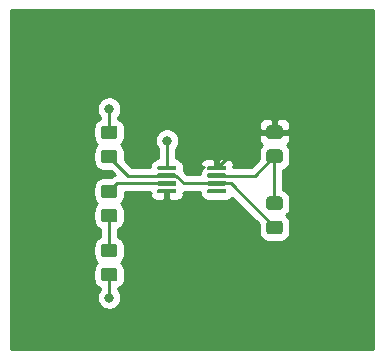
<source format=gbr>
%TF.GenerationSoftware,KiCad,Pcbnew,(5.1.6)-1*%
%TF.CreationDate,2020-09-22T06:28:04-04:00*%
%TF.ProjectId,Tutorial,5475746f-7269-4616-9c2e-6b696361645f,rev?*%
%TF.SameCoordinates,Original*%
%TF.FileFunction,Copper,L1,Top*%
%TF.FilePolarity,Positive*%
%FSLAX46Y46*%
G04 Gerber Fmt 4.6, Leading zero omitted, Abs format (unit mm)*
G04 Created by KiCad (PCBNEW (5.1.6)-1) date 2020-09-22 06:28:04*
%MOMM*%
%LPD*%
G01*
G04 APERTURE LIST*
%TA.AperFunction,ViaPad*%
%ADD10C,0.800000*%
%TD*%
%TA.AperFunction,Conductor*%
%ADD11C,0.250000*%
%TD*%
%TA.AperFunction,Conductor*%
%ADD12C,0.254000*%
%TD*%
G04 APERTURE END LIST*
%TO.P,U1,8*%
%TO.N,/VDD*%
%TA.AperFunction,SMDPad,CuDef*%
G36*
G01*
X162300000Y-86125000D02*
X162300000Y-85925000D01*
G75*
G02*
X162400000Y-85825000I100000J0D01*
G01*
X163825000Y-85825000D01*
G75*
G02*
X163925000Y-85925000I0J-100000D01*
G01*
X163925000Y-86125000D01*
G75*
G02*
X163825000Y-86225000I-100000J0D01*
G01*
X162400000Y-86225000D01*
G75*
G02*
X162300000Y-86125000I0J100000D01*
G01*
G37*
%TD.AperFunction*%
%TO.P,U1,7*%
%TO.N,Net-(R1-Pad2)*%
%TA.AperFunction,SMDPad,CuDef*%
G36*
G01*
X162300000Y-86775000D02*
X162300000Y-86575000D01*
G75*
G02*
X162400000Y-86475000I100000J0D01*
G01*
X163825000Y-86475000D01*
G75*
G02*
X163925000Y-86575000I0J-100000D01*
G01*
X163925000Y-86775000D01*
G75*
G02*
X163825000Y-86875000I-100000J0D01*
G01*
X162400000Y-86875000D01*
G75*
G02*
X162300000Y-86775000I0J100000D01*
G01*
G37*
%TD.AperFunction*%
%TO.P,U1,6*%
%TO.N,Net-(C1-Pad1)*%
%TA.AperFunction,SMDPad,CuDef*%
G36*
G01*
X162300000Y-87425000D02*
X162300000Y-87225000D01*
G75*
G02*
X162400000Y-87125000I100000J0D01*
G01*
X163825000Y-87125000D01*
G75*
G02*
X163925000Y-87225000I0J-100000D01*
G01*
X163925000Y-87425000D01*
G75*
G02*
X163825000Y-87525000I-100000J0D01*
G01*
X162400000Y-87525000D01*
G75*
G02*
X162300000Y-87425000I0J100000D01*
G01*
G37*
%TD.AperFunction*%
%TO.P,U1,5*%
%TO.N,N/C*%
%TA.AperFunction,SMDPad,CuDef*%
G36*
G01*
X162300000Y-88075000D02*
X162300000Y-87875000D01*
G75*
G02*
X162400000Y-87775000I100000J0D01*
G01*
X163825000Y-87775000D01*
G75*
G02*
X163925000Y-87875000I0J-100000D01*
G01*
X163925000Y-88075000D01*
G75*
G02*
X163825000Y-88175000I-100000J0D01*
G01*
X162400000Y-88175000D01*
G75*
G02*
X162300000Y-88075000I0J100000D01*
G01*
G37*
%TD.AperFunction*%
%TO.P,U1,4*%
%TO.N,/VDD*%
%TA.AperFunction,SMDPad,CuDef*%
G36*
G01*
X158075000Y-88075000D02*
X158075000Y-87875000D01*
G75*
G02*
X158175000Y-87775000I100000J0D01*
G01*
X159600000Y-87775000D01*
G75*
G02*
X159700000Y-87875000I0J-100000D01*
G01*
X159700000Y-88075000D01*
G75*
G02*
X159600000Y-88175000I-100000J0D01*
G01*
X158175000Y-88175000D01*
G75*
G02*
X158075000Y-88075000I0J100000D01*
G01*
G37*
%TD.AperFunction*%
%TO.P,U1,3*%
%TO.N,Net-(R3-Pad1)*%
%TA.AperFunction,SMDPad,CuDef*%
G36*
G01*
X158075000Y-87425000D02*
X158075000Y-87225000D01*
G75*
G02*
X158175000Y-87125000I100000J0D01*
G01*
X159600000Y-87125000D01*
G75*
G02*
X159700000Y-87225000I0J-100000D01*
G01*
X159700000Y-87425000D01*
G75*
G02*
X159600000Y-87525000I-100000J0D01*
G01*
X158175000Y-87525000D01*
G75*
G02*
X158075000Y-87425000I0J100000D01*
G01*
G37*
%TD.AperFunction*%
%TO.P,U1,2*%
%TO.N,Net-(C1-Pad1)*%
%TA.AperFunction,SMDPad,CuDef*%
G36*
G01*
X158075000Y-86775000D02*
X158075000Y-86575000D01*
G75*
G02*
X158175000Y-86475000I100000J0D01*
G01*
X159600000Y-86475000D01*
G75*
G02*
X159700000Y-86575000I0J-100000D01*
G01*
X159700000Y-86775000D01*
G75*
G02*
X159600000Y-86875000I-100000J0D01*
G01*
X158175000Y-86875000D01*
G75*
G02*
X158075000Y-86775000I0J100000D01*
G01*
G37*
%TD.AperFunction*%
%TO.P,U1,1*%
%TO.N,GND*%
%TA.AperFunction,SMDPad,CuDef*%
G36*
G01*
X158075000Y-86125000D02*
X158075000Y-85925000D01*
G75*
G02*
X158175000Y-85825000I100000J0D01*
G01*
X159600000Y-85825000D01*
G75*
G02*
X159700000Y-85925000I0J-100000D01*
G01*
X159700000Y-86125000D01*
G75*
G02*
X159600000Y-86225000I-100000J0D01*
G01*
X158175000Y-86225000D01*
G75*
G02*
X158075000Y-86125000I0J100000D01*
G01*
G37*
%TD.AperFunction*%
%TD*%
%TO.P,R3,2*%
%TO.N,Net-(D1-Pad2)*%
%TA.AperFunction,SMDPad,CuDef*%
G36*
G01*
X153549999Y-89475000D02*
X154450001Y-89475000D01*
G75*
G02*
X154700000Y-89724999I0J-249999D01*
G01*
X154700000Y-90375001D01*
G75*
G02*
X154450001Y-90625000I-249999J0D01*
G01*
X153549999Y-90625000D01*
G75*
G02*
X153300000Y-90375001I0J249999D01*
G01*
X153300000Y-89724999D01*
G75*
G02*
X153549999Y-89475000I249999J0D01*
G01*
G37*
%TD.AperFunction*%
%TO.P,R3,1*%
%TO.N,Net-(R3-Pad1)*%
%TA.AperFunction,SMDPad,CuDef*%
G36*
G01*
X153549999Y-87425000D02*
X154450001Y-87425000D01*
G75*
G02*
X154700000Y-87674999I0J-249999D01*
G01*
X154700000Y-88325001D01*
G75*
G02*
X154450001Y-88575000I-249999J0D01*
G01*
X153549999Y-88575000D01*
G75*
G02*
X153300000Y-88325001I0J249999D01*
G01*
X153300000Y-87674999D01*
G75*
G02*
X153549999Y-87425000I249999J0D01*
G01*
G37*
%TD.AperFunction*%
%TD*%
%TO.P,R2,2*%
%TO.N,Net-(C1-Pad1)*%
%TA.AperFunction,SMDPad,CuDef*%
G36*
G01*
X167549999Y-90475000D02*
X168450001Y-90475000D01*
G75*
G02*
X168700000Y-90724999I0J-249999D01*
G01*
X168700000Y-91375001D01*
G75*
G02*
X168450001Y-91625000I-249999J0D01*
G01*
X167549999Y-91625000D01*
G75*
G02*
X167300000Y-91375001I0J249999D01*
G01*
X167300000Y-90724999D01*
G75*
G02*
X167549999Y-90475000I249999J0D01*
G01*
G37*
%TD.AperFunction*%
%TO.P,R2,1*%
%TO.N,Net-(R1-Pad2)*%
%TA.AperFunction,SMDPad,CuDef*%
G36*
G01*
X167549999Y-88425000D02*
X168450001Y-88425000D01*
G75*
G02*
X168700000Y-88674999I0J-249999D01*
G01*
X168700000Y-89325001D01*
G75*
G02*
X168450001Y-89575000I-249999J0D01*
G01*
X167549999Y-89575000D01*
G75*
G02*
X167300000Y-89325001I0J249999D01*
G01*
X167300000Y-88674999D01*
G75*
G02*
X167549999Y-88425000I249999J0D01*
G01*
G37*
%TD.AperFunction*%
%TD*%
%TO.P,R1,2*%
%TO.N,Net-(R1-Pad2)*%
%TA.AperFunction,SMDPad,CuDef*%
G36*
G01*
X167549999Y-84450000D02*
X168450001Y-84450000D01*
G75*
G02*
X168700000Y-84699999I0J-249999D01*
G01*
X168700000Y-85350001D01*
G75*
G02*
X168450001Y-85600000I-249999J0D01*
G01*
X167549999Y-85600000D01*
G75*
G02*
X167300000Y-85350001I0J249999D01*
G01*
X167300000Y-84699999D01*
G75*
G02*
X167549999Y-84450000I249999J0D01*
G01*
G37*
%TD.AperFunction*%
%TO.P,R1,1*%
%TO.N,/VDD*%
%TA.AperFunction,SMDPad,CuDef*%
G36*
G01*
X167549999Y-82400000D02*
X168450001Y-82400000D01*
G75*
G02*
X168700000Y-82649999I0J-249999D01*
G01*
X168700000Y-83300001D01*
G75*
G02*
X168450001Y-83550000I-249999J0D01*
G01*
X167549999Y-83550000D01*
G75*
G02*
X167300000Y-83300001I0J249999D01*
G01*
X167300000Y-82649999D01*
G75*
G02*
X167549999Y-82400000I249999J0D01*
G01*
G37*
%TD.AperFunction*%
%TD*%
%TO.P,D1,2*%
%TO.N,Net-(D1-Pad2)*%
%TA.AperFunction,SMDPad,CuDef*%
G36*
G01*
X154450001Y-93575000D02*
X153549999Y-93575000D01*
G75*
G02*
X153300000Y-93325001I0J249999D01*
G01*
X153300000Y-92674999D01*
G75*
G02*
X153549999Y-92425000I249999J0D01*
G01*
X154450001Y-92425000D01*
G75*
G02*
X154700000Y-92674999I0J-249999D01*
G01*
X154700000Y-93325001D01*
G75*
G02*
X154450001Y-93575000I-249999J0D01*
G01*
G37*
%TD.AperFunction*%
%TO.P,D1,1*%
%TO.N,GND*%
%TA.AperFunction,SMDPad,CuDef*%
G36*
G01*
X154450001Y-95625000D02*
X153549999Y-95625000D01*
G75*
G02*
X153300000Y-95375001I0J249999D01*
G01*
X153300000Y-94724999D01*
G75*
G02*
X153549999Y-94475000I249999J0D01*
G01*
X154450001Y-94475000D01*
G75*
G02*
X154700000Y-94724999I0J-249999D01*
G01*
X154700000Y-95375001D01*
G75*
G02*
X154450001Y-95625000I-249999J0D01*
G01*
G37*
%TD.AperFunction*%
%TD*%
%TO.P,C1,2*%
%TO.N,GND*%
%TA.AperFunction,SMDPad,CuDef*%
G36*
G01*
X154450001Y-83575000D02*
X153549999Y-83575000D01*
G75*
G02*
X153300000Y-83325001I0J249999D01*
G01*
X153300000Y-82674999D01*
G75*
G02*
X153549999Y-82425000I249999J0D01*
G01*
X154450001Y-82425000D01*
G75*
G02*
X154700000Y-82674999I0J-249999D01*
G01*
X154700000Y-83325001D01*
G75*
G02*
X154450001Y-83575000I-249999J0D01*
G01*
G37*
%TD.AperFunction*%
%TO.P,C1,1*%
%TO.N,Net-(C1-Pad1)*%
%TA.AperFunction,SMDPad,CuDef*%
G36*
G01*
X154450001Y-85625000D02*
X153549999Y-85625000D01*
G75*
G02*
X153300000Y-85375001I0J249999D01*
G01*
X153300000Y-84724999D01*
G75*
G02*
X153549999Y-84475000I249999J0D01*
G01*
X154450001Y-84475000D01*
G75*
G02*
X154700000Y-84724999I0J-249999D01*
G01*
X154700000Y-85375001D01*
G75*
G02*
X154450001Y-85625000I-249999J0D01*
G01*
G37*
%TD.AperFunction*%
%TD*%
D10*
%TO.N,GND*%
X154000000Y-97000000D03*
X154000000Y-81000000D03*
X158900000Y-83700000D03*
%TO.N,/VDD*%
X148300000Y-81300000D03*
X173900000Y-81800000D03*
%TD*%
D11*
%TO.N,GND*%
X154000000Y-95050000D02*
X154000000Y-97000000D01*
X154000000Y-83000000D02*
X154000000Y-81000000D01*
X158887500Y-86025000D02*
X158887500Y-83712500D01*
X158887500Y-83712500D02*
X158900000Y-83700000D01*
%TO.N,Net-(C1-Pad1)*%
X155625000Y-86675000D02*
X158887500Y-86675000D01*
X154000000Y-85050000D02*
X155625000Y-86675000D01*
X164275000Y-87325000D02*
X163112500Y-87325000D01*
X168000000Y-91050000D02*
X164275000Y-87325000D01*
X159651058Y-86675000D02*
X158887500Y-86675000D01*
X160301058Y-87325000D02*
X159651058Y-86675000D01*
X163112500Y-87325000D02*
X160301058Y-87325000D01*
%TO.N,Net-(D1-Pad2)*%
X154000000Y-93000000D02*
X154000000Y-90050000D01*
%TO.N,Net-(R1-Pad2)*%
X168000000Y-85025000D02*
X168000000Y-89000000D01*
X166350000Y-86675000D02*
X163112500Y-86675000D01*
X168000000Y-85025000D02*
X166350000Y-86675000D01*
%TO.N,Net-(R3-Pad1)*%
X154675000Y-87325000D02*
X158887500Y-87325000D01*
X154000000Y-88000000D02*
X154675000Y-87325000D01*
%TO.N,/VDD*%
X166162500Y-82975000D02*
X163112500Y-86025000D01*
X168000000Y-82975000D02*
X166162500Y-82975000D01*
%TD*%
D12*
%TO.N,/VDD*%
G36*
X176340000Y-101340000D02*
G01*
X145660000Y-101340000D01*
X145660000Y-82674999D01*
X152661928Y-82674999D01*
X152661928Y-83325001D01*
X152678992Y-83498255D01*
X152729528Y-83664851D01*
X152811595Y-83818387D01*
X152922038Y-83952962D01*
X153009816Y-84025000D01*
X152922038Y-84097038D01*
X152811595Y-84231613D01*
X152729528Y-84385149D01*
X152678992Y-84551745D01*
X152661928Y-84724999D01*
X152661928Y-85375001D01*
X152678992Y-85548255D01*
X152729528Y-85714851D01*
X152811595Y-85868387D01*
X152922038Y-86002962D01*
X153056613Y-86113405D01*
X153210149Y-86195472D01*
X153376745Y-86246008D01*
X153549999Y-86263072D01*
X154138271Y-86263072D01*
X154468609Y-86593410D01*
X154409581Y-86611316D01*
X154382753Y-86619454D01*
X154250723Y-86690026D01*
X154234788Y-86703104D01*
X154134999Y-86784999D01*
X154133416Y-86786928D01*
X153549999Y-86786928D01*
X153376745Y-86803992D01*
X153210149Y-86854528D01*
X153056613Y-86936595D01*
X152922038Y-87047038D01*
X152811595Y-87181613D01*
X152729528Y-87335149D01*
X152678992Y-87501745D01*
X152661928Y-87674999D01*
X152661928Y-88325001D01*
X152678992Y-88498255D01*
X152729528Y-88664851D01*
X152811595Y-88818387D01*
X152922038Y-88952962D01*
X153009816Y-89025000D01*
X152922038Y-89097038D01*
X152811595Y-89231613D01*
X152729528Y-89385149D01*
X152678992Y-89551745D01*
X152661928Y-89724999D01*
X152661928Y-90375001D01*
X152678992Y-90548255D01*
X152729528Y-90714851D01*
X152811595Y-90868387D01*
X152922038Y-91002962D01*
X153056613Y-91113405D01*
X153210149Y-91195472D01*
X153240001Y-91204527D01*
X153240000Y-91845473D01*
X153210149Y-91854528D01*
X153056613Y-91936595D01*
X152922038Y-92047038D01*
X152811595Y-92181613D01*
X152729528Y-92335149D01*
X152678992Y-92501745D01*
X152661928Y-92674999D01*
X152661928Y-93325001D01*
X152678992Y-93498255D01*
X152729528Y-93664851D01*
X152811595Y-93818387D01*
X152922038Y-93952962D01*
X153009816Y-94025000D01*
X152922038Y-94097038D01*
X152811595Y-94231613D01*
X152729528Y-94385149D01*
X152678992Y-94551745D01*
X152661928Y-94724999D01*
X152661928Y-95375001D01*
X152678992Y-95548255D01*
X152729528Y-95714851D01*
X152811595Y-95868387D01*
X152922038Y-96002962D01*
X153056613Y-96113405D01*
X153210149Y-96195472D01*
X153240001Y-96204527D01*
X153240001Y-96296288D01*
X153196063Y-96340226D01*
X153082795Y-96509744D01*
X153004774Y-96698102D01*
X152965000Y-96898061D01*
X152965000Y-97101939D01*
X153004774Y-97301898D01*
X153082795Y-97490256D01*
X153196063Y-97659774D01*
X153340226Y-97803937D01*
X153509744Y-97917205D01*
X153698102Y-97995226D01*
X153898061Y-98035000D01*
X154101939Y-98035000D01*
X154301898Y-97995226D01*
X154490256Y-97917205D01*
X154659774Y-97803937D01*
X154803937Y-97659774D01*
X154917205Y-97490256D01*
X154995226Y-97301898D01*
X155035000Y-97101939D01*
X155035000Y-96898061D01*
X154995226Y-96698102D01*
X154917205Y-96509744D01*
X154803937Y-96340226D01*
X154760000Y-96296289D01*
X154760000Y-96204527D01*
X154789851Y-96195472D01*
X154943387Y-96113405D01*
X155077962Y-96002962D01*
X155188405Y-95868387D01*
X155270472Y-95714851D01*
X155321008Y-95548255D01*
X155338072Y-95375001D01*
X155338072Y-94724999D01*
X155321008Y-94551745D01*
X155270472Y-94385149D01*
X155188405Y-94231613D01*
X155077962Y-94097038D01*
X154990184Y-94025000D01*
X155077962Y-93952962D01*
X155188405Y-93818387D01*
X155270472Y-93664851D01*
X155321008Y-93498255D01*
X155338072Y-93325001D01*
X155338072Y-92674999D01*
X155321008Y-92501745D01*
X155270472Y-92335149D01*
X155188405Y-92181613D01*
X155077962Y-92047038D01*
X154943387Y-91936595D01*
X154789851Y-91854528D01*
X154760000Y-91845473D01*
X154760000Y-91204527D01*
X154789851Y-91195472D01*
X154943387Y-91113405D01*
X155077962Y-91002962D01*
X155188405Y-90868387D01*
X155270472Y-90714851D01*
X155321008Y-90548255D01*
X155338072Y-90375001D01*
X155338072Y-89724999D01*
X155321008Y-89551745D01*
X155270472Y-89385149D01*
X155188405Y-89231613D01*
X155077962Y-89097038D01*
X154990184Y-89025000D01*
X155077962Y-88952962D01*
X155188405Y-88818387D01*
X155270472Y-88664851D01*
X155321008Y-88498255D01*
X155338072Y-88325001D01*
X155338072Y-88085000D01*
X157440000Y-88085000D01*
X157440000Y-88102002D01*
X157544748Y-88102002D01*
X157440000Y-88206750D01*
X157450999Y-88308260D01*
X157488987Y-88427436D01*
X157549495Y-88536911D01*
X157630197Y-88632478D01*
X157727994Y-88710465D01*
X157839125Y-88767874D01*
X157959322Y-88802499D01*
X158083963Y-88813009D01*
X158601750Y-88810000D01*
X158760500Y-88651250D01*
X158760500Y-88163072D01*
X159014500Y-88163072D01*
X159014500Y-88651250D01*
X159173250Y-88810000D01*
X159691037Y-88813009D01*
X159815678Y-88802499D01*
X159935875Y-88767874D01*
X160047006Y-88710465D01*
X160144803Y-88632478D01*
X160225505Y-88536911D01*
X160286013Y-88427436D01*
X160324001Y-88308260D01*
X160335000Y-88206750D01*
X160230252Y-88102002D01*
X160335000Y-88102002D01*
X160335000Y-88085333D01*
X160338381Y-88085000D01*
X161662913Y-88085000D01*
X161676110Y-88218991D01*
X161718110Y-88357448D01*
X161786316Y-88485051D01*
X161878104Y-88596896D01*
X161989949Y-88688684D01*
X162117552Y-88756890D01*
X162256009Y-88798890D01*
X162400000Y-88813072D01*
X163825000Y-88813072D01*
X163968991Y-88798890D01*
X164107448Y-88756890D01*
X164235051Y-88688684D01*
X164346896Y-88596896D01*
X164403330Y-88528131D01*
X166661928Y-90786730D01*
X166661928Y-91375001D01*
X166678992Y-91548255D01*
X166729528Y-91714851D01*
X166811595Y-91868387D01*
X166922038Y-92002962D01*
X167056613Y-92113405D01*
X167210149Y-92195472D01*
X167376745Y-92246008D01*
X167549999Y-92263072D01*
X168450001Y-92263072D01*
X168623255Y-92246008D01*
X168789851Y-92195472D01*
X168943387Y-92113405D01*
X169077962Y-92002962D01*
X169188405Y-91868387D01*
X169270472Y-91714851D01*
X169321008Y-91548255D01*
X169338072Y-91375001D01*
X169338072Y-90724999D01*
X169321008Y-90551745D01*
X169270472Y-90385149D01*
X169188405Y-90231613D01*
X169077962Y-90097038D01*
X168990184Y-90025000D01*
X169077962Y-89952962D01*
X169188405Y-89818387D01*
X169270472Y-89664851D01*
X169321008Y-89498255D01*
X169338072Y-89325001D01*
X169338072Y-88674999D01*
X169321008Y-88501745D01*
X169270472Y-88335149D01*
X169188405Y-88181613D01*
X169077962Y-88047038D01*
X168943387Y-87936595D01*
X168789851Y-87854528D01*
X168760000Y-87845473D01*
X168760000Y-86179527D01*
X168789851Y-86170472D01*
X168943387Y-86088405D01*
X169077962Y-85977962D01*
X169188405Y-85843387D01*
X169270472Y-85689851D01*
X169321008Y-85523255D01*
X169338072Y-85350001D01*
X169338072Y-84699999D01*
X169321008Y-84526745D01*
X169270472Y-84360149D01*
X169188405Y-84206613D01*
X169077962Y-84072038D01*
X169071406Y-84066658D01*
X169151185Y-84001185D01*
X169230537Y-83904494D01*
X169289502Y-83794180D01*
X169325812Y-83674482D01*
X169338072Y-83550000D01*
X169335000Y-83260750D01*
X169176250Y-83102000D01*
X168127000Y-83102000D01*
X168127000Y-83122000D01*
X167873000Y-83122000D01*
X167873000Y-83102000D01*
X166823750Y-83102000D01*
X166665000Y-83260750D01*
X166661928Y-83550000D01*
X166674188Y-83674482D01*
X166710498Y-83794180D01*
X166769463Y-83904494D01*
X166848815Y-84001185D01*
X166928594Y-84066658D01*
X166922038Y-84072038D01*
X166811595Y-84206613D01*
X166729528Y-84360149D01*
X166678992Y-84526745D01*
X166661928Y-84699999D01*
X166661928Y-85288270D01*
X166035199Y-85915000D01*
X164560000Y-85915000D01*
X164560000Y-85897998D01*
X164455252Y-85897998D01*
X164560000Y-85793250D01*
X164549001Y-85691740D01*
X164511013Y-85572564D01*
X164450505Y-85463089D01*
X164369803Y-85367522D01*
X164272006Y-85289535D01*
X164160875Y-85232126D01*
X164040678Y-85197501D01*
X163916037Y-85186991D01*
X163398250Y-85190000D01*
X163239500Y-85348750D01*
X163239500Y-85836928D01*
X162985500Y-85836928D01*
X162985500Y-85348750D01*
X162826750Y-85190000D01*
X162308963Y-85186991D01*
X162184322Y-85197501D01*
X162064125Y-85232126D01*
X161952994Y-85289535D01*
X161855197Y-85367522D01*
X161774495Y-85463089D01*
X161713987Y-85572564D01*
X161675999Y-85691740D01*
X161665000Y-85793250D01*
X161823750Y-85952000D01*
X162007378Y-85952000D01*
X161989949Y-85961316D01*
X161878104Y-86053104D01*
X161841259Y-86098000D01*
X161823750Y-86098000D01*
X161665000Y-86256750D01*
X161675999Y-86358260D01*
X161687363Y-86393912D01*
X161676110Y-86431009D01*
X161662913Y-86565000D01*
X160615860Y-86565000D01*
X160322950Y-86272091D01*
X160323890Y-86268991D01*
X160338072Y-86125000D01*
X160338072Y-85925000D01*
X160323890Y-85781009D01*
X160281890Y-85642552D01*
X160213684Y-85514949D01*
X160121896Y-85403104D01*
X160010051Y-85311316D01*
X159882448Y-85243110D01*
X159743991Y-85201110D01*
X159647500Y-85191606D01*
X159647500Y-84416211D01*
X159703937Y-84359774D01*
X159817205Y-84190256D01*
X159895226Y-84001898D01*
X159935000Y-83801939D01*
X159935000Y-83598061D01*
X159895226Y-83398102D01*
X159817205Y-83209744D01*
X159703937Y-83040226D01*
X159559774Y-82896063D01*
X159390256Y-82782795D01*
X159201898Y-82704774D01*
X159001939Y-82665000D01*
X158798061Y-82665000D01*
X158598102Y-82704774D01*
X158409744Y-82782795D01*
X158240226Y-82896063D01*
X158096063Y-83040226D01*
X157982795Y-83209744D01*
X157904774Y-83398102D01*
X157865000Y-83598061D01*
X157865000Y-83801939D01*
X157904774Y-84001898D01*
X157982795Y-84190256D01*
X158096063Y-84359774D01*
X158127501Y-84391212D01*
X158127500Y-85191606D01*
X158031009Y-85201110D01*
X157892552Y-85243110D01*
X157764949Y-85311316D01*
X157653104Y-85403104D01*
X157561316Y-85514949D01*
X157493110Y-85642552D01*
X157451110Y-85781009D01*
X157437913Y-85915000D01*
X155939802Y-85915000D01*
X155338072Y-85313271D01*
X155338072Y-84724999D01*
X155321008Y-84551745D01*
X155270472Y-84385149D01*
X155188405Y-84231613D01*
X155077962Y-84097038D01*
X154990184Y-84025000D01*
X155077962Y-83952962D01*
X155188405Y-83818387D01*
X155270472Y-83664851D01*
X155321008Y-83498255D01*
X155338072Y-83325001D01*
X155338072Y-82674999D01*
X155321008Y-82501745D01*
X155290145Y-82400000D01*
X166661928Y-82400000D01*
X166665000Y-82689250D01*
X166823750Y-82848000D01*
X167873000Y-82848000D01*
X167873000Y-81923750D01*
X168127000Y-81923750D01*
X168127000Y-82848000D01*
X169176250Y-82848000D01*
X169335000Y-82689250D01*
X169338072Y-82400000D01*
X169325812Y-82275518D01*
X169289502Y-82155820D01*
X169230537Y-82045506D01*
X169151185Y-81948815D01*
X169054494Y-81869463D01*
X168944180Y-81810498D01*
X168824482Y-81774188D01*
X168700000Y-81761928D01*
X168285750Y-81765000D01*
X168127000Y-81923750D01*
X167873000Y-81923750D01*
X167714250Y-81765000D01*
X167300000Y-81761928D01*
X167175518Y-81774188D01*
X167055820Y-81810498D01*
X166945506Y-81869463D01*
X166848815Y-81948815D01*
X166769463Y-82045506D01*
X166710498Y-82155820D01*
X166674188Y-82275518D01*
X166661928Y-82400000D01*
X155290145Y-82400000D01*
X155270472Y-82335149D01*
X155188405Y-82181613D01*
X155077962Y-82047038D01*
X154943387Y-81936595D01*
X154789851Y-81854528D01*
X154760000Y-81845473D01*
X154760000Y-81703711D01*
X154803937Y-81659774D01*
X154917205Y-81490256D01*
X154995226Y-81301898D01*
X155035000Y-81101939D01*
X155035000Y-80898061D01*
X154995226Y-80698102D01*
X154917205Y-80509744D01*
X154803937Y-80340226D01*
X154659774Y-80196063D01*
X154490256Y-80082795D01*
X154301898Y-80004774D01*
X154101939Y-79965000D01*
X153898061Y-79965000D01*
X153698102Y-80004774D01*
X153509744Y-80082795D01*
X153340226Y-80196063D01*
X153196063Y-80340226D01*
X153082795Y-80509744D01*
X153004774Y-80698102D01*
X152965000Y-80898061D01*
X152965000Y-81101939D01*
X153004774Y-81301898D01*
X153082795Y-81490256D01*
X153196063Y-81659774D01*
X153240001Y-81703712D01*
X153240001Y-81845473D01*
X153210149Y-81854528D01*
X153056613Y-81936595D01*
X152922038Y-82047038D01*
X152811595Y-82181613D01*
X152729528Y-82335149D01*
X152678992Y-82501745D01*
X152661928Y-82674999D01*
X145660000Y-82674999D01*
X145660000Y-72660000D01*
X176340001Y-72660000D01*
X176340000Y-101340000D01*
G37*
X176340000Y-101340000D02*
X145660000Y-101340000D01*
X145660000Y-82674999D01*
X152661928Y-82674999D01*
X152661928Y-83325001D01*
X152678992Y-83498255D01*
X152729528Y-83664851D01*
X152811595Y-83818387D01*
X152922038Y-83952962D01*
X153009816Y-84025000D01*
X152922038Y-84097038D01*
X152811595Y-84231613D01*
X152729528Y-84385149D01*
X152678992Y-84551745D01*
X152661928Y-84724999D01*
X152661928Y-85375001D01*
X152678992Y-85548255D01*
X152729528Y-85714851D01*
X152811595Y-85868387D01*
X152922038Y-86002962D01*
X153056613Y-86113405D01*
X153210149Y-86195472D01*
X153376745Y-86246008D01*
X153549999Y-86263072D01*
X154138271Y-86263072D01*
X154468609Y-86593410D01*
X154409581Y-86611316D01*
X154382753Y-86619454D01*
X154250723Y-86690026D01*
X154234788Y-86703104D01*
X154134999Y-86784999D01*
X154133416Y-86786928D01*
X153549999Y-86786928D01*
X153376745Y-86803992D01*
X153210149Y-86854528D01*
X153056613Y-86936595D01*
X152922038Y-87047038D01*
X152811595Y-87181613D01*
X152729528Y-87335149D01*
X152678992Y-87501745D01*
X152661928Y-87674999D01*
X152661928Y-88325001D01*
X152678992Y-88498255D01*
X152729528Y-88664851D01*
X152811595Y-88818387D01*
X152922038Y-88952962D01*
X153009816Y-89025000D01*
X152922038Y-89097038D01*
X152811595Y-89231613D01*
X152729528Y-89385149D01*
X152678992Y-89551745D01*
X152661928Y-89724999D01*
X152661928Y-90375001D01*
X152678992Y-90548255D01*
X152729528Y-90714851D01*
X152811595Y-90868387D01*
X152922038Y-91002962D01*
X153056613Y-91113405D01*
X153210149Y-91195472D01*
X153240001Y-91204527D01*
X153240000Y-91845473D01*
X153210149Y-91854528D01*
X153056613Y-91936595D01*
X152922038Y-92047038D01*
X152811595Y-92181613D01*
X152729528Y-92335149D01*
X152678992Y-92501745D01*
X152661928Y-92674999D01*
X152661928Y-93325001D01*
X152678992Y-93498255D01*
X152729528Y-93664851D01*
X152811595Y-93818387D01*
X152922038Y-93952962D01*
X153009816Y-94025000D01*
X152922038Y-94097038D01*
X152811595Y-94231613D01*
X152729528Y-94385149D01*
X152678992Y-94551745D01*
X152661928Y-94724999D01*
X152661928Y-95375001D01*
X152678992Y-95548255D01*
X152729528Y-95714851D01*
X152811595Y-95868387D01*
X152922038Y-96002962D01*
X153056613Y-96113405D01*
X153210149Y-96195472D01*
X153240001Y-96204527D01*
X153240001Y-96296288D01*
X153196063Y-96340226D01*
X153082795Y-96509744D01*
X153004774Y-96698102D01*
X152965000Y-96898061D01*
X152965000Y-97101939D01*
X153004774Y-97301898D01*
X153082795Y-97490256D01*
X153196063Y-97659774D01*
X153340226Y-97803937D01*
X153509744Y-97917205D01*
X153698102Y-97995226D01*
X153898061Y-98035000D01*
X154101939Y-98035000D01*
X154301898Y-97995226D01*
X154490256Y-97917205D01*
X154659774Y-97803937D01*
X154803937Y-97659774D01*
X154917205Y-97490256D01*
X154995226Y-97301898D01*
X155035000Y-97101939D01*
X155035000Y-96898061D01*
X154995226Y-96698102D01*
X154917205Y-96509744D01*
X154803937Y-96340226D01*
X154760000Y-96296289D01*
X154760000Y-96204527D01*
X154789851Y-96195472D01*
X154943387Y-96113405D01*
X155077962Y-96002962D01*
X155188405Y-95868387D01*
X155270472Y-95714851D01*
X155321008Y-95548255D01*
X155338072Y-95375001D01*
X155338072Y-94724999D01*
X155321008Y-94551745D01*
X155270472Y-94385149D01*
X155188405Y-94231613D01*
X155077962Y-94097038D01*
X154990184Y-94025000D01*
X155077962Y-93952962D01*
X155188405Y-93818387D01*
X155270472Y-93664851D01*
X155321008Y-93498255D01*
X155338072Y-93325001D01*
X155338072Y-92674999D01*
X155321008Y-92501745D01*
X155270472Y-92335149D01*
X155188405Y-92181613D01*
X155077962Y-92047038D01*
X154943387Y-91936595D01*
X154789851Y-91854528D01*
X154760000Y-91845473D01*
X154760000Y-91204527D01*
X154789851Y-91195472D01*
X154943387Y-91113405D01*
X155077962Y-91002962D01*
X155188405Y-90868387D01*
X155270472Y-90714851D01*
X155321008Y-90548255D01*
X155338072Y-90375001D01*
X155338072Y-89724999D01*
X155321008Y-89551745D01*
X155270472Y-89385149D01*
X155188405Y-89231613D01*
X155077962Y-89097038D01*
X154990184Y-89025000D01*
X155077962Y-88952962D01*
X155188405Y-88818387D01*
X155270472Y-88664851D01*
X155321008Y-88498255D01*
X155338072Y-88325001D01*
X155338072Y-88085000D01*
X157440000Y-88085000D01*
X157440000Y-88102002D01*
X157544748Y-88102002D01*
X157440000Y-88206750D01*
X157450999Y-88308260D01*
X157488987Y-88427436D01*
X157549495Y-88536911D01*
X157630197Y-88632478D01*
X157727994Y-88710465D01*
X157839125Y-88767874D01*
X157959322Y-88802499D01*
X158083963Y-88813009D01*
X158601750Y-88810000D01*
X158760500Y-88651250D01*
X158760500Y-88163072D01*
X159014500Y-88163072D01*
X159014500Y-88651250D01*
X159173250Y-88810000D01*
X159691037Y-88813009D01*
X159815678Y-88802499D01*
X159935875Y-88767874D01*
X160047006Y-88710465D01*
X160144803Y-88632478D01*
X160225505Y-88536911D01*
X160286013Y-88427436D01*
X160324001Y-88308260D01*
X160335000Y-88206750D01*
X160230252Y-88102002D01*
X160335000Y-88102002D01*
X160335000Y-88085333D01*
X160338381Y-88085000D01*
X161662913Y-88085000D01*
X161676110Y-88218991D01*
X161718110Y-88357448D01*
X161786316Y-88485051D01*
X161878104Y-88596896D01*
X161989949Y-88688684D01*
X162117552Y-88756890D01*
X162256009Y-88798890D01*
X162400000Y-88813072D01*
X163825000Y-88813072D01*
X163968991Y-88798890D01*
X164107448Y-88756890D01*
X164235051Y-88688684D01*
X164346896Y-88596896D01*
X164403330Y-88528131D01*
X166661928Y-90786730D01*
X166661928Y-91375001D01*
X166678992Y-91548255D01*
X166729528Y-91714851D01*
X166811595Y-91868387D01*
X166922038Y-92002962D01*
X167056613Y-92113405D01*
X167210149Y-92195472D01*
X167376745Y-92246008D01*
X167549999Y-92263072D01*
X168450001Y-92263072D01*
X168623255Y-92246008D01*
X168789851Y-92195472D01*
X168943387Y-92113405D01*
X169077962Y-92002962D01*
X169188405Y-91868387D01*
X169270472Y-91714851D01*
X169321008Y-91548255D01*
X169338072Y-91375001D01*
X169338072Y-90724999D01*
X169321008Y-90551745D01*
X169270472Y-90385149D01*
X169188405Y-90231613D01*
X169077962Y-90097038D01*
X168990184Y-90025000D01*
X169077962Y-89952962D01*
X169188405Y-89818387D01*
X169270472Y-89664851D01*
X169321008Y-89498255D01*
X169338072Y-89325001D01*
X169338072Y-88674999D01*
X169321008Y-88501745D01*
X169270472Y-88335149D01*
X169188405Y-88181613D01*
X169077962Y-88047038D01*
X168943387Y-87936595D01*
X168789851Y-87854528D01*
X168760000Y-87845473D01*
X168760000Y-86179527D01*
X168789851Y-86170472D01*
X168943387Y-86088405D01*
X169077962Y-85977962D01*
X169188405Y-85843387D01*
X169270472Y-85689851D01*
X169321008Y-85523255D01*
X169338072Y-85350001D01*
X169338072Y-84699999D01*
X169321008Y-84526745D01*
X169270472Y-84360149D01*
X169188405Y-84206613D01*
X169077962Y-84072038D01*
X169071406Y-84066658D01*
X169151185Y-84001185D01*
X169230537Y-83904494D01*
X169289502Y-83794180D01*
X169325812Y-83674482D01*
X169338072Y-83550000D01*
X169335000Y-83260750D01*
X169176250Y-83102000D01*
X168127000Y-83102000D01*
X168127000Y-83122000D01*
X167873000Y-83122000D01*
X167873000Y-83102000D01*
X166823750Y-83102000D01*
X166665000Y-83260750D01*
X166661928Y-83550000D01*
X166674188Y-83674482D01*
X166710498Y-83794180D01*
X166769463Y-83904494D01*
X166848815Y-84001185D01*
X166928594Y-84066658D01*
X166922038Y-84072038D01*
X166811595Y-84206613D01*
X166729528Y-84360149D01*
X166678992Y-84526745D01*
X166661928Y-84699999D01*
X166661928Y-85288270D01*
X166035199Y-85915000D01*
X164560000Y-85915000D01*
X164560000Y-85897998D01*
X164455252Y-85897998D01*
X164560000Y-85793250D01*
X164549001Y-85691740D01*
X164511013Y-85572564D01*
X164450505Y-85463089D01*
X164369803Y-85367522D01*
X164272006Y-85289535D01*
X164160875Y-85232126D01*
X164040678Y-85197501D01*
X163916037Y-85186991D01*
X163398250Y-85190000D01*
X163239500Y-85348750D01*
X163239500Y-85836928D01*
X162985500Y-85836928D01*
X162985500Y-85348750D01*
X162826750Y-85190000D01*
X162308963Y-85186991D01*
X162184322Y-85197501D01*
X162064125Y-85232126D01*
X161952994Y-85289535D01*
X161855197Y-85367522D01*
X161774495Y-85463089D01*
X161713987Y-85572564D01*
X161675999Y-85691740D01*
X161665000Y-85793250D01*
X161823750Y-85952000D01*
X162007378Y-85952000D01*
X161989949Y-85961316D01*
X161878104Y-86053104D01*
X161841259Y-86098000D01*
X161823750Y-86098000D01*
X161665000Y-86256750D01*
X161675999Y-86358260D01*
X161687363Y-86393912D01*
X161676110Y-86431009D01*
X161662913Y-86565000D01*
X160615860Y-86565000D01*
X160322950Y-86272091D01*
X160323890Y-86268991D01*
X160338072Y-86125000D01*
X160338072Y-85925000D01*
X160323890Y-85781009D01*
X160281890Y-85642552D01*
X160213684Y-85514949D01*
X160121896Y-85403104D01*
X160010051Y-85311316D01*
X159882448Y-85243110D01*
X159743991Y-85201110D01*
X159647500Y-85191606D01*
X159647500Y-84416211D01*
X159703937Y-84359774D01*
X159817205Y-84190256D01*
X159895226Y-84001898D01*
X159935000Y-83801939D01*
X159935000Y-83598061D01*
X159895226Y-83398102D01*
X159817205Y-83209744D01*
X159703937Y-83040226D01*
X159559774Y-82896063D01*
X159390256Y-82782795D01*
X159201898Y-82704774D01*
X159001939Y-82665000D01*
X158798061Y-82665000D01*
X158598102Y-82704774D01*
X158409744Y-82782795D01*
X158240226Y-82896063D01*
X158096063Y-83040226D01*
X157982795Y-83209744D01*
X157904774Y-83398102D01*
X157865000Y-83598061D01*
X157865000Y-83801939D01*
X157904774Y-84001898D01*
X157982795Y-84190256D01*
X158096063Y-84359774D01*
X158127501Y-84391212D01*
X158127500Y-85191606D01*
X158031009Y-85201110D01*
X157892552Y-85243110D01*
X157764949Y-85311316D01*
X157653104Y-85403104D01*
X157561316Y-85514949D01*
X157493110Y-85642552D01*
X157451110Y-85781009D01*
X157437913Y-85915000D01*
X155939802Y-85915000D01*
X155338072Y-85313271D01*
X155338072Y-84724999D01*
X155321008Y-84551745D01*
X155270472Y-84385149D01*
X155188405Y-84231613D01*
X155077962Y-84097038D01*
X154990184Y-84025000D01*
X155077962Y-83952962D01*
X155188405Y-83818387D01*
X155270472Y-83664851D01*
X155321008Y-83498255D01*
X155338072Y-83325001D01*
X155338072Y-82674999D01*
X155321008Y-82501745D01*
X155290145Y-82400000D01*
X166661928Y-82400000D01*
X166665000Y-82689250D01*
X166823750Y-82848000D01*
X167873000Y-82848000D01*
X167873000Y-81923750D01*
X168127000Y-81923750D01*
X168127000Y-82848000D01*
X169176250Y-82848000D01*
X169335000Y-82689250D01*
X169338072Y-82400000D01*
X169325812Y-82275518D01*
X169289502Y-82155820D01*
X169230537Y-82045506D01*
X169151185Y-81948815D01*
X169054494Y-81869463D01*
X168944180Y-81810498D01*
X168824482Y-81774188D01*
X168700000Y-81761928D01*
X168285750Y-81765000D01*
X168127000Y-81923750D01*
X167873000Y-81923750D01*
X167714250Y-81765000D01*
X167300000Y-81761928D01*
X167175518Y-81774188D01*
X167055820Y-81810498D01*
X166945506Y-81869463D01*
X166848815Y-81948815D01*
X166769463Y-82045506D01*
X166710498Y-82155820D01*
X166674188Y-82275518D01*
X166661928Y-82400000D01*
X155290145Y-82400000D01*
X155270472Y-82335149D01*
X155188405Y-82181613D01*
X155077962Y-82047038D01*
X154943387Y-81936595D01*
X154789851Y-81854528D01*
X154760000Y-81845473D01*
X154760000Y-81703711D01*
X154803937Y-81659774D01*
X154917205Y-81490256D01*
X154995226Y-81301898D01*
X155035000Y-81101939D01*
X155035000Y-80898061D01*
X154995226Y-80698102D01*
X154917205Y-80509744D01*
X154803937Y-80340226D01*
X154659774Y-80196063D01*
X154490256Y-80082795D01*
X154301898Y-80004774D01*
X154101939Y-79965000D01*
X153898061Y-79965000D01*
X153698102Y-80004774D01*
X153509744Y-80082795D01*
X153340226Y-80196063D01*
X153196063Y-80340226D01*
X153082795Y-80509744D01*
X153004774Y-80698102D01*
X152965000Y-80898061D01*
X152965000Y-81101939D01*
X153004774Y-81301898D01*
X153082795Y-81490256D01*
X153196063Y-81659774D01*
X153240001Y-81703712D01*
X153240001Y-81845473D01*
X153210149Y-81854528D01*
X153056613Y-81936595D01*
X152922038Y-82047038D01*
X152811595Y-82181613D01*
X152729528Y-82335149D01*
X152678992Y-82501745D01*
X152661928Y-82674999D01*
X145660000Y-82674999D01*
X145660000Y-72660000D01*
X176340001Y-72660000D01*
X176340000Y-101340000D01*
%TD*%
M02*

</source>
